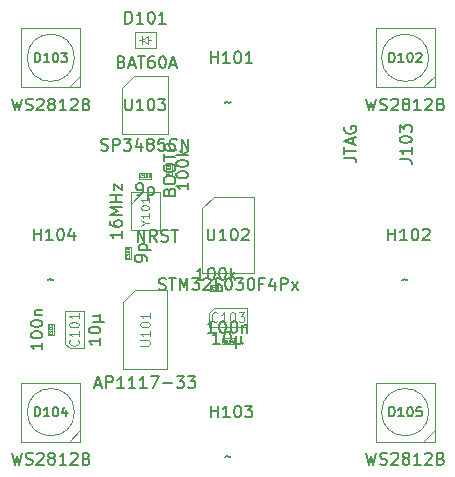
<source format=gbr>
%TF.GenerationSoftware,KiCad,Pcbnew,6.0.4+dfsg-1~bpo11+1*%
%TF.CreationDate,2022-05-23T04:18:39+00:00*%
%TF.ProjectId,LEDcube,4c454463-7562-4652-9e6b-696361645f70,rev?*%
%TF.SameCoordinates,Original*%
%TF.FileFunction,AssemblyDrawing,Top*%
%FSLAX46Y46*%
G04 Gerber Fmt 4.6, Leading zero omitted, Abs format (unit mm)*
G04 Created by KiCad (PCBNEW 6.0.4+dfsg-1~bpo11+1) date 2022-05-23 04:18:39*
%MOMM*%
%LPD*%
G01*
G04 APERTURE LIST*
%ADD10C,0.150000*%
%ADD11C,0.040000*%
%ADD12C,0.105000*%
%ADD13C,0.120000*%
%ADD14C,0.100000*%
G04 APERTURE END LIST*
D10*
%TO.C,C104*%
X98880952Y-108292380D02*
X98309523Y-108292380D01*
X98595238Y-108292380D02*
X98595238Y-107292380D01*
X98500000Y-107435238D01*
X98404761Y-107530476D01*
X98309523Y-107578095D01*
X99500000Y-107292380D02*
X99595238Y-107292380D01*
X99690476Y-107340000D01*
X99738095Y-107387619D01*
X99785714Y-107482857D01*
X99833333Y-107673333D01*
X99833333Y-107911428D01*
X99785714Y-108101904D01*
X99738095Y-108197142D01*
X99690476Y-108244761D01*
X99595238Y-108292380D01*
X99500000Y-108292380D01*
X99404761Y-108244761D01*
X99357142Y-108197142D01*
X99309523Y-108101904D01*
X99261904Y-107911428D01*
X99261904Y-107673333D01*
X99309523Y-107482857D01*
X99357142Y-107387619D01*
X99404761Y-107340000D01*
X99500000Y-107292380D01*
X100452380Y-107292380D02*
X100547619Y-107292380D01*
X100642857Y-107340000D01*
X100690476Y-107387619D01*
X100738095Y-107482857D01*
X100785714Y-107673333D01*
X100785714Y-107911428D01*
X100738095Y-108101904D01*
X100690476Y-108197142D01*
X100642857Y-108244761D01*
X100547619Y-108292380D01*
X100452380Y-108292380D01*
X100357142Y-108244761D01*
X100309523Y-108197142D01*
X100261904Y-108101904D01*
X100214285Y-107911428D01*
X100214285Y-107673333D01*
X100261904Y-107482857D01*
X100309523Y-107387619D01*
X100357142Y-107340000D01*
X100452380Y-107292380D01*
X101214285Y-107625714D02*
X101214285Y-108292380D01*
X101214285Y-107720952D02*
X101261904Y-107673333D01*
X101357142Y-107625714D01*
X101500000Y-107625714D01*
X101595238Y-107673333D01*
X101642857Y-107768571D01*
X101642857Y-108292380D01*
D11*
X99720238Y-109089285D02*
X99708333Y-109101190D01*
X99672619Y-109113095D01*
X99648809Y-109113095D01*
X99613095Y-109101190D01*
X99589285Y-109077380D01*
X99577380Y-109053571D01*
X99565476Y-109005952D01*
X99565476Y-108970238D01*
X99577380Y-108922619D01*
X99589285Y-108898809D01*
X99613095Y-108875000D01*
X99648809Y-108863095D01*
X99672619Y-108863095D01*
X99708333Y-108875000D01*
X99720238Y-108886904D01*
X99958333Y-109113095D02*
X99815476Y-109113095D01*
X99886904Y-109113095D02*
X99886904Y-108863095D01*
X99863095Y-108898809D01*
X99839285Y-108922619D01*
X99815476Y-108934523D01*
X100113095Y-108863095D02*
X100136904Y-108863095D01*
X100160714Y-108875000D01*
X100172619Y-108886904D01*
X100184523Y-108910714D01*
X100196428Y-108958333D01*
X100196428Y-109017857D01*
X100184523Y-109065476D01*
X100172619Y-109089285D01*
X100160714Y-109101190D01*
X100136904Y-109113095D01*
X100113095Y-109113095D01*
X100089285Y-109101190D01*
X100077380Y-109089285D01*
X100065476Y-109065476D01*
X100053571Y-109017857D01*
X100053571Y-108958333D01*
X100065476Y-108910714D01*
X100077380Y-108886904D01*
X100089285Y-108875000D01*
X100113095Y-108863095D01*
X100410714Y-108946428D02*
X100410714Y-109113095D01*
X100351190Y-108851190D02*
X100291666Y-109029761D01*
X100446428Y-109029761D01*
D10*
%TO.C,D105*%
X111690476Y-118452380D02*
X111928571Y-119452380D01*
X112119047Y-118738095D01*
X112309523Y-119452380D01*
X112547619Y-118452380D01*
X112880952Y-119404761D02*
X113023809Y-119452380D01*
X113261904Y-119452380D01*
X113357142Y-119404761D01*
X113404761Y-119357142D01*
X113452380Y-119261904D01*
X113452380Y-119166666D01*
X113404761Y-119071428D01*
X113357142Y-119023809D01*
X113261904Y-118976190D01*
X113071428Y-118928571D01*
X112976190Y-118880952D01*
X112928571Y-118833333D01*
X112880952Y-118738095D01*
X112880952Y-118642857D01*
X112928571Y-118547619D01*
X112976190Y-118500000D01*
X113071428Y-118452380D01*
X113309523Y-118452380D01*
X113452380Y-118500000D01*
X113833333Y-118547619D02*
X113880952Y-118500000D01*
X113976190Y-118452380D01*
X114214285Y-118452380D01*
X114309523Y-118500000D01*
X114357142Y-118547619D01*
X114404761Y-118642857D01*
X114404761Y-118738095D01*
X114357142Y-118880952D01*
X113785714Y-119452380D01*
X114404761Y-119452380D01*
X114976190Y-118880952D02*
X114880952Y-118833333D01*
X114833333Y-118785714D01*
X114785714Y-118690476D01*
X114785714Y-118642857D01*
X114833333Y-118547619D01*
X114880952Y-118500000D01*
X114976190Y-118452380D01*
X115166666Y-118452380D01*
X115261904Y-118500000D01*
X115309523Y-118547619D01*
X115357142Y-118642857D01*
X115357142Y-118690476D01*
X115309523Y-118785714D01*
X115261904Y-118833333D01*
X115166666Y-118880952D01*
X114976190Y-118880952D01*
X114880952Y-118928571D01*
X114833333Y-118976190D01*
X114785714Y-119071428D01*
X114785714Y-119261904D01*
X114833333Y-119357142D01*
X114880952Y-119404761D01*
X114976190Y-119452380D01*
X115166666Y-119452380D01*
X115261904Y-119404761D01*
X115309523Y-119357142D01*
X115357142Y-119261904D01*
X115357142Y-119071428D01*
X115309523Y-118976190D01*
X115261904Y-118928571D01*
X115166666Y-118880952D01*
X116309523Y-119452380D02*
X115738095Y-119452380D01*
X116023809Y-119452380D02*
X116023809Y-118452380D01*
X115928571Y-118595238D01*
X115833333Y-118690476D01*
X115738095Y-118738095D01*
X116690476Y-118547619D02*
X116738095Y-118500000D01*
X116833333Y-118452380D01*
X117071428Y-118452380D01*
X117166666Y-118500000D01*
X117214285Y-118547619D01*
X117261904Y-118642857D01*
X117261904Y-118738095D01*
X117214285Y-118880952D01*
X116642857Y-119452380D01*
X117261904Y-119452380D01*
X118023809Y-118928571D02*
X118166666Y-118976190D01*
X118214285Y-119023809D01*
X118261904Y-119119047D01*
X118261904Y-119261904D01*
X118214285Y-119357142D01*
X118166666Y-119404761D01*
X118071428Y-119452380D01*
X117690476Y-119452380D01*
X117690476Y-118452380D01*
X118023809Y-118452380D01*
X118119047Y-118500000D01*
X118166666Y-118547619D01*
X118214285Y-118642857D01*
X118214285Y-118738095D01*
X118166666Y-118833333D01*
X118119047Y-118880952D01*
X118023809Y-118928571D01*
X117690476Y-118928571D01*
X113647619Y-115361904D02*
X113647619Y-114561904D01*
X113838095Y-114561904D01*
X113952380Y-114600000D01*
X114028571Y-114676190D01*
X114066666Y-114752380D01*
X114104761Y-114904761D01*
X114104761Y-115019047D01*
X114066666Y-115171428D01*
X114028571Y-115247619D01*
X113952380Y-115323809D01*
X113838095Y-115361904D01*
X113647619Y-115361904D01*
X114866666Y-115361904D02*
X114409523Y-115361904D01*
X114638095Y-115361904D02*
X114638095Y-114561904D01*
X114561904Y-114676190D01*
X114485714Y-114752380D01*
X114409523Y-114790476D01*
X115361904Y-114561904D02*
X115438095Y-114561904D01*
X115514285Y-114600000D01*
X115552380Y-114638095D01*
X115590476Y-114714285D01*
X115628571Y-114866666D01*
X115628571Y-115057142D01*
X115590476Y-115209523D01*
X115552380Y-115285714D01*
X115514285Y-115323809D01*
X115438095Y-115361904D01*
X115361904Y-115361904D01*
X115285714Y-115323809D01*
X115247619Y-115285714D01*
X115209523Y-115209523D01*
X115171428Y-115057142D01*
X115171428Y-114866666D01*
X115209523Y-114714285D01*
X115247619Y-114638095D01*
X115285714Y-114600000D01*
X115361904Y-114561904D01*
X116352380Y-114561904D02*
X115971428Y-114561904D01*
X115933333Y-114942857D01*
X115971428Y-114904761D01*
X116047619Y-114866666D01*
X116238095Y-114866666D01*
X116314285Y-114904761D01*
X116352380Y-114942857D01*
X116390476Y-115019047D01*
X116390476Y-115209523D01*
X116352380Y-115285714D01*
X116314285Y-115323809D01*
X116238095Y-115361904D01*
X116047619Y-115361904D01*
X115971428Y-115323809D01*
X115933333Y-115285714D01*
%TO.C,C106*%
X93112380Y-102162857D02*
X93112380Y-101972380D01*
X93064761Y-101877142D01*
X93017142Y-101829523D01*
X92874285Y-101734285D01*
X92683809Y-101686666D01*
X92302857Y-101686666D01*
X92207619Y-101734285D01*
X92160000Y-101781904D01*
X92112380Y-101877142D01*
X92112380Y-102067619D01*
X92160000Y-102162857D01*
X92207619Y-102210476D01*
X92302857Y-102258095D01*
X92540952Y-102258095D01*
X92636190Y-102210476D01*
X92683809Y-102162857D01*
X92731428Y-102067619D01*
X92731428Y-101877142D01*
X92683809Y-101781904D01*
X92636190Y-101734285D01*
X92540952Y-101686666D01*
X92445714Y-101258095D02*
X93445714Y-101258095D01*
X92493333Y-101258095D02*
X92445714Y-101162857D01*
X92445714Y-100972380D01*
X92493333Y-100877142D01*
X92540952Y-100829523D01*
X92636190Y-100781904D01*
X92921904Y-100781904D01*
X93017142Y-100829523D01*
X93064761Y-100877142D01*
X93112380Y-100972380D01*
X93112380Y-101162857D01*
X93064761Y-101258095D01*
D11*
X91589285Y-101799761D02*
X91601190Y-101811666D01*
X91613095Y-101847380D01*
X91613095Y-101871190D01*
X91601190Y-101906904D01*
X91577380Y-101930714D01*
X91553571Y-101942619D01*
X91505952Y-101954523D01*
X91470238Y-101954523D01*
X91422619Y-101942619D01*
X91398809Y-101930714D01*
X91375000Y-101906904D01*
X91363095Y-101871190D01*
X91363095Y-101847380D01*
X91375000Y-101811666D01*
X91386904Y-101799761D01*
X91613095Y-101561666D02*
X91613095Y-101704523D01*
X91613095Y-101633095D02*
X91363095Y-101633095D01*
X91398809Y-101656904D01*
X91422619Y-101680714D01*
X91434523Y-101704523D01*
X91363095Y-101406904D02*
X91363095Y-101383095D01*
X91375000Y-101359285D01*
X91386904Y-101347380D01*
X91410714Y-101335476D01*
X91458333Y-101323571D01*
X91517857Y-101323571D01*
X91565476Y-101335476D01*
X91589285Y-101347380D01*
X91601190Y-101359285D01*
X91613095Y-101383095D01*
X91613095Y-101406904D01*
X91601190Y-101430714D01*
X91589285Y-101442619D01*
X91565476Y-101454523D01*
X91517857Y-101466428D01*
X91458333Y-101466428D01*
X91410714Y-101454523D01*
X91386904Y-101442619D01*
X91375000Y-101430714D01*
X91363095Y-101406904D01*
X91363095Y-101109285D02*
X91363095Y-101156904D01*
X91375000Y-101180714D01*
X91386904Y-101192619D01*
X91422619Y-101216428D01*
X91470238Y-101228333D01*
X91565476Y-101228333D01*
X91589285Y-101216428D01*
X91601190Y-101204523D01*
X91613095Y-101180714D01*
X91613095Y-101133095D01*
X91601190Y-101109285D01*
X91589285Y-101097380D01*
X91565476Y-101085476D01*
X91505952Y-101085476D01*
X91482142Y-101097380D01*
X91470238Y-101109285D01*
X91458333Y-101133095D01*
X91458333Y-101180714D01*
X91470238Y-101204523D01*
X91482142Y-101216428D01*
X91505952Y-101228333D01*
D10*
%TO.C,H103*%
X99738095Y-118821428D02*
X99785714Y-118773809D01*
X99880952Y-118726190D01*
X100071428Y-118821428D01*
X100166666Y-118773809D01*
X100214285Y-118726190D01*
X98585714Y-115452380D02*
X98585714Y-114452380D01*
X98585714Y-114928571D02*
X99157142Y-114928571D01*
X99157142Y-115452380D02*
X99157142Y-114452380D01*
X100157142Y-115452380D02*
X99585714Y-115452380D01*
X99871428Y-115452380D02*
X99871428Y-114452380D01*
X99776190Y-114595238D01*
X99680952Y-114690476D01*
X99585714Y-114738095D01*
X100776190Y-114452380D02*
X100871428Y-114452380D01*
X100966666Y-114500000D01*
X101014285Y-114547619D01*
X101061904Y-114642857D01*
X101109523Y-114833333D01*
X101109523Y-115071428D01*
X101061904Y-115261904D01*
X101014285Y-115357142D01*
X100966666Y-115404761D01*
X100871428Y-115452380D01*
X100776190Y-115452380D01*
X100680952Y-115404761D01*
X100633333Y-115357142D01*
X100585714Y-115261904D01*
X100538095Y-115071428D01*
X100538095Y-114833333D01*
X100585714Y-114642857D01*
X100633333Y-114547619D01*
X100680952Y-114500000D01*
X100776190Y-114452380D01*
X101442857Y-114452380D02*
X102061904Y-114452380D01*
X101728571Y-114833333D01*
X101871428Y-114833333D01*
X101966666Y-114880952D01*
X102014285Y-114928571D01*
X102061904Y-115023809D01*
X102061904Y-115261904D01*
X102014285Y-115357142D01*
X101966666Y-115404761D01*
X101871428Y-115452380D01*
X101585714Y-115452380D01*
X101490476Y-115404761D01*
X101442857Y-115357142D01*
%TO.C,Y101*%
X91002380Y-99690476D02*
X91002380Y-100261904D01*
X91002380Y-99976190D02*
X90002380Y-99976190D01*
X90145238Y-100071428D01*
X90240476Y-100166666D01*
X90288095Y-100261904D01*
X90002380Y-98833333D02*
X90002380Y-99023809D01*
X90050000Y-99119047D01*
X90097619Y-99166666D01*
X90240476Y-99261904D01*
X90430952Y-99309523D01*
X90811904Y-99309523D01*
X90907142Y-99261904D01*
X90954761Y-99214285D01*
X91002380Y-99119047D01*
X91002380Y-98928571D01*
X90954761Y-98833333D01*
X90907142Y-98785714D01*
X90811904Y-98738095D01*
X90573809Y-98738095D01*
X90478571Y-98785714D01*
X90430952Y-98833333D01*
X90383333Y-98928571D01*
X90383333Y-99119047D01*
X90430952Y-99214285D01*
X90478571Y-99261904D01*
X90573809Y-99309523D01*
X91002380Y-98309523D02*
X90002380Y-98309523D01*
X90716666Y-97976190D01*
X90002380Y-97642857D01*
X91002380Y-97642857D01*
X91002380Y-97166666D02*
X90002380Y-97166666D01*
X90478571Y-97166666D02*
X90478571Y-96595238D01*
X91002380Y-96595238D02*
X90002380Y-96595238D01*
X90335714Y-96214285D02*
X90335714Y-95690476D01*
X91002380Y-96214285D01*
X91002380Y-95690476D01*
D12*
X92983333Y-99000000D02*
X93316666Y-99000000D01*
X92616666Y-99233333D02*
X92983333Y-99000000D01*
X92616666Y-98766666D01*
X93316666Y-98166666D02*
X93316666Y-98566666D01*
X93316666Y-98366666D02*
X92616666Y-98366666D01*
X92716666Y-98433333D01*
X92783333Y-98500000D01*
X92816666Y-98566666D01*
X92616666Y-97733333D02*
X92616666Y-97666666D01*
X92650000Y-97600000D01*
X92683333Y-97566666D01*
X92750000Y-97533333D01*
X92883333Y-97500000D01*
X93050000Y-97500000D01*
X93183333Y-97533333D01*
X93250000Y-97566666D01*
X93283333Y-97600000D01*
X93316666Y-97666666D01*
X93316666Y-97733333D01*
X93283333Y-97800000D01*
X93250000Y-97833333D01*
X93183333Y-97866666D01*
X93050000Y-97900000D01*
X92883333Y-97900000D01*
X92750000Y-97866666D01*
X92683333Y-97833333D01*
X92650000Y-97800000D01*
X92616666Y-97733333D01*
X93316666Y-96833333D02*
X93316666Y-97233333D01*
X93316666Y-97033333D02*
X92616666Y-97033333D01*
X92716666Y-97100000D01*
X92783333Y-97166666D01*
X92816666Y-97233333D01*
D10*
%TO.C,C105*%
X92337142Y-96612380D02*
X92527619Y-96612380D01*
X92622857Y-96564761D01*
X92670476Y-96517142D01*
X92765714Y-96374285D01*
X92813333Y-96183809D01*
X92813333Y-95802857D01*
X92765714Y-95707619D01*
X92718095Y-95660000D01*
X92622857Y-95612380D01*
X92432380Y-95612380D01*
X92337142Y-95660000D01*
X92289523Y-95707619D01*
X92241904Y-95802857D01*
X92241904Y-96040952D01*
X92289523Y-96136190D01*
X92337142Y-96183809D01*
X92432380Y-96231428D01*
X92622857Y-96231428D01*
X92718095Y-96183809D01*
X92765714Y-96136190D01*
X92813333Y-96040952D01*
X93241904Y-95945714D02*
X93241904Y-96945714D01*
X93241904Y-95993333D02*
X93337142Y-95945714D01*
X93527619Y-95945714D01*
X93622857Y-95993333D01*
X93670476Y-96040952D01*
X93718095Y-96136190D01*
X93718095Y-96421904D01*
X93670476Y-96517142D01*
X93622857Y-96564761D01*
X93527619Y-96612380D01*
X93337142Y-96612380D01*
X93241904Y-96564761D01*
D11*
X92700238Y-95089285D02*
X92688333Y-95101190D01*
X92652619Y-95113095D01*
X92628809Y-95113095D01*
X92593095Y-95101190D01*
X92569285Y-95077380D01*
X92557380Y-95053571D01*
X92545476Y-95005952D01*
X92545476Y-94970238D01*
X92557380Y-94922619D01*
X92569285Y-94898809D01*
X92593095Y-94875000D01*
X92628809Y-94863095D01*
X92652619Y-94863095D01*
X92688333Y-94875000D01*
X92700238Y-94886904D01*
X92938333Y-95113095D02*
X92795476Y-95113095D01*
X92866904Y-95113095D02*
X92866904Y-94863095D01*
X92843095Y-94898809D01*
X92819285Y-94922619D01*
X92795476Y-94934523D01*
X93093095Y-94863095D02*
X93116904Y-94863095D01*
X93140714Y-94875000D01*
X93152619Y-94886904D01*
X93164523Y-94910714D01*
X93176428Y-94958333D01*
X93176428Y-95017857D01*
X93164523Y-95065476D01*
X93152619Y-95089285D01*
X93140714Y-95101190D01*
X93116904Y-95113095D01*
X93093095Y-95113095D01*
X93069285Y-95101190D01*
X93057380Y-95089285D01*
X93045476Y-95065476D01*
X93033571Y-95017857D01*
X93033571Y-94958333D01*
X93045476Y-94910714D01*
X93057380Y-94886904D01*
X93069285Y-94875000D01*
X93093095Y-94863095D01*
X93402619Y-94863095D02*
X93283571Y-94863095D01*
X93271666Y-94982142D01*
X93283571Y-94970238D01*
X93307380Y-94958333D01*
X93366904Y-94958333D01*
X93390714Y-94970238D01*
X93402619Y-94982142D01*
X93414523Y-95005952D01*
X93414523Y-95065476D01*
X93402619Y-95089285D01*
X93390714Y-95101190D01*
X93366904Y-95113095D01*
X93307380Y-95113095D01*
X93283571Y-95101190D01*
X93271666Y-95089285D01*
D10*
%TO.C,U102*%
X94142857Y-104604761D02*
X94285714Y-104652380D01*
X94523809Y-104652380D01*
X94619047Y-104604761D01*
X94666666Y-104557142D01*
X94714285Y-104461904D01*
X94714285Y-104366666D01*
X94666666Y-104271428D01*
X94619047Y-104223809D01*
X94523809Y-104176190D01*
X94333333Y-104128571D01*
X94238095Y-104080952D01*
X94190476Y-104033333D01*
X94142857Y-103938095D01*
X94142857Y-103842857D01*
X94190476Y-103747619D01*
X94238095Y-103700000D01*
X94333333Y-103652380D01*
X94571428Y-103652380D01*
X94714285Y-103700000D01*
X95000000Y-103652380D02*
X95571428Y-103652380D01*
X95285714Y-104652380D02*
X95285714Y-103652380D01*
X95904761Y-104652380D02*
X95904761Y-103652380D01*
X96238095Y-104366666D01*
X96571428Y-103652380D01*
X96571428Y-104652380D01*
X96952380Y-103652380D02*
X97571428Y-103652380D01*
X97238095Y-104033333D01*
X97380952Y-104033333D01*
X97476190Y-104080952D01*
X97523809Y-104128571D01*
X97571428Y-104223809D01*
X97571428Y-104461904D01*
X97523809Y-104557142D01*
X97476190Y-104604761D01*
X97380952Y-104652380D01*
X97095238Y-104652380D01*
X97000000Y-104604761D01*
X96952380Y-104557142D01*
X97952380Y-103747619D02*
X98000000Y-103700000D01*
X98095238Y-103652380D01*
X98333333Y-103652380D01*
X98428571Y-103700000D01*
X98476190Y-103747619D01*
X98523809Y-103842857D01*
X98523809Y-103938095D01*
X98476190Y-104080952D01*
X97904761Y-104652380D01*
X98523809Y-104652380D01*
X99285714Y-104128571D02*
X98952380Y-104128571D01*
X98952380Y-104652380D02*
X98952380Y-103652380D01*
X99428571Y-103652380D01*
X100000000Y-103652380D02*
X100095238Y-103652380D01*
X100190476Y-103700000D01*
X100238095Y-103747619D01*
X100285714Y-103842857D01*
X100333333Y-104033333D01*
X100333333Y-104271428D01*
X100285714Y-104461904D01*
X100238095Y-104557142D01*
X100190476Y-104604761D01*
X100095238Y-104652380D01*
X100000000Y-104652380D01*
X99904761Y-104604761D01*
X99857142Y-104557142D01*
X99809523Y-104461904D01*
X99761904Y-104271428D01*
X99761904Y-104033333D01*
X99809523Y-103842857D01*
X99857142Y-103747619D01*
X99904761Y-103700000D01*
X100000000Y-103652380D01*
X100666666Y-103652380D02*
X101285714Y-103652380D01*
X100952380Y-104033333D01*
X101095238Y-104033333D01*
X101190476Y-104080952D01*
X101238095Y-104128571D01*
X101285714Y-104223809D01*
X101285714Y-104461904D01*
X101238095Y-104557142D01*
X101190476Y-104604761D01*
X101095238Y-104652380D01*
X100809523Y-104652380D01*
X100714285Y-104604761D01*
X100666666Y-104557142D01*
X101904761Y-103652380D02*
X102000000Y-103652380D01*
X102095238Y-103700000D01*
X102142857Y-103747619D01*
X102190476Y-103842857D01*
X102238095Y-104033333D01*
X102238095Y-104271428D01*
X102190476Y-104461904D01*
X102142857Y-104557142D01*
X102095238Y-104604761D01*
X102000000Y-104652380D01*
X101904761Y-104652380D01*
X101809523Y-104604761D01*
X101761904Y-104557142D01*
X101714285Y-104461904D01*
X101666666Y-104271428D01*
X101666666Y-104033333D01*
X101714285Y-103842857D01*
X101761904Y-103747619D01*
X101809523Y-103700000D01*
X101904761Y-103652380D01*
X103000000Y-104128571D02*
X102666666Y-104128571D01*
X102666666Y-104652380D02*
X102666666Y-103652380D01*
X103142857Y-103652380D01*
X103952380Y-103985714D02*
X103952380Y-104652380D01*
X103714285Y-103604761D02*
X103476190Y-104319047D01*
X104095238Y-104319047D01*
X104476190Y-104652380D02*
X104476190Y-103652380D01*
X104857142Y-103652380D01*
X104952380Y-103700000D01*
X105000000Y-103747619D01*
X105047619Y-103842857D01*
X105047619Y-103985714D01*
X105000000Y-104080952D01*
X104952380Y-104128571D01*
X104857142Y-104176190D01*
X104476190Y-104176190D01*
X105380952Y-104652380D02*
X105904761Y-103985714D01*
X105380952Y-103985714D02*
X105904761Y-104652380D01*
X98285714Y-99452380D02*
X98285714Y-100261904D01*
X98333333Y-100357142D01*
X98380952Y-100404761D01*
X98476190Y-100452380D01*
X98666666Y-100452380D01*
X98761904Y-100404761D01*
X98809523Y-100357142D01*
X98857142Y-100261904D01*
X98857142Y-99452380D01*
X99857142Y-100452380D02*
X99285714Y-100452380D01*
X99571428Y-100452380D02*
X99571428Y-99452380D01*
X99476190Y-99595238D01*
X99380952Y-99690476D01*
X99285714Y-99738095D01*
X100476190Y-99452380D02*
X100571428Y-99452380D01*
X100666666Y-99500000D01*
X100714285Y-99547619D01*
X100761904Y-99642857D01*
X100809523Y-99833333D01*
X100809523Y-100071428D01*
X100761904Y-100261904D01*
X100714285Y-100357142D01*
X100666666Y-100404761D01*
X100571428Y-100452380D01*
X100476190Y-100452380D01*
X100380952Y-100404761D01*
X100333333Y-100357142D01*
X100285714Y-100261904D01*
X100238095Y-100071428D01*
X100238095Y-99833333D01*
X100285714Y-99642857D01*
X100333333Y-99547619D01*
X100380952Y-99500000D01*
X100476190Y-99452380D01*
X101190476Y-99547619D02*
X101238095Y-99500000D01*
X101333333Y-99452380D01*
X101571428Y-99452380D01*
X101666666Y-99500000D01*
X101714285Y-99547619D01*
X101761904Y-99642857D01*
X101761904Y-99738095D01*
X101714285Y-99880952D01*
X101142857Y-100452380D01*
X101761904Y-100452380D01*
%TO.C,D101*%
X90980952Y-85328571D02*
X91123809Y-85376190D01*
X91171428Y-85423809D01*
X91219047Y-85519047D01*
X91219047Y-85661904D01*
X91171428Y-85757142D01*
X91123809Y-85804761D01*
X91028571Y-85852380D01*
X90647619Y-85852380D01*
X90647619Y-84852380D01*
X90980952Y-84852380D01*
X91076190Y-84900000D01*
X91123809Y-84947619D01*
X91171428Y-85042857D01*
X91171428Y-85138095D01*
X91123809Y-85233333D01*
X91076190Y-85280952D01*
X90980952Y-85328571D01*
X90647619Y-85328571D01*
X91600000Y-85566666D02*
X92076190Y-85566666D01*
X91504761Y-85852380D02*
X91838095Y-84852380D01*
X92171428Y-85852380D01*
X92361904Y-84852380D02*
X92933333Y-84852380D01*
X92647619Y-85852380D02*
X92647619Y-84852380D01*
X93695238Y-84852380D02*
X93504761Y-84852380D01*
X93409523Y-84900000D01*
X93361904Y-84947619D01*
X93266666Y-85090476D01*
X93219047Y-85280952D01*
X93219047Y-85661904D01*
X93266666Y-85757142D01*
X93314285Y-85804761D01*
X93409523Y-85852380D01*
X93600000Y-85852380D01*
X93695238Y-85804761D01*
X93742857Y-85757142D01*
X93790476Y-85661904D01*
X93790476Y-85423809D01*
X93742857Y-85328571D01*
X93695238Y-85280952D01*
X93600000Y-85233333D01*
X93409523Y-85233333D01*
X93314285Y-85280952D01*
X93266666Y-85328571D01*
X93219047Y-85423809D01*
X94409523Y-84852380D02*
X94504761Y-84852380D01*
X94600000Y-84900000D01*
X94647619Y-84947619D01*
X94695238Y-85042857D01*
X94742857Y-85233333D01*
X94742857Y-85471428D01*
X94695238Y-85661904D01*
X94647619Y-85757142D01*
X94600000Y-85804761D01*
X94504761Y-85852380D01*
X94409523Y-85852380D01*
X94314285Y-85804761D01*
X94266666Y-85757142D01*
X94219047Y-85661904D01*
X94171428Y-85471428D01*
X94171428Y-85233333D01*
X94219047Y-85042857D01*
X94266666Y-84947619D01*
X94314285Y-84900000D01*
X94409523Y-84852380D01*
X95123809Y-85566666D02*
X95600000Y-85566666D01*
X95028571Y-85852380D02*
X95361904Y-84852380D01*
X95695238Y-85852380D01*
X91309523Y-82102380D02*
X91309523Y-81102380D01*
X91547619Y-81102380D01*
X91690476Y-81150000D01*
X91785714Y-81245238D01*
X91833333Y-81340476D01*
X91880952Y-81530952D01*
X91880952Y-81673809D01*
X91833333Y-81864285D01*
X91785714Y-81959523D01*
X91690476Y-82054761D01*
X91547619Y-82102380D01*
X91309523Y-82102380D01*
X92833333Y-82102380D02*
X92261904Y-82102380D01*
X92547619Y-82102380D02*
X92547619Y-81102380D01*
X92452380Y-81245238D01*
X92357142Y-81340476D01*
X92261904Y-81388095D01*
X93452380Y-81102380D02*
X93547619Y-81102380D01*
X93642857Y-81150000D01*
X93690476Y-81197619D01*
X93738095Y-81292857D01*
X93785714Y-81483333D01*
X93785714Y-81721428D01*
X93738095Y-81911904D01*
X93690476Y-82007142D01*
X93642857Y-82054761D01*
X93547619Y-82102380D01*
X93452380Y-82102380D01*
X93357142Y-82054761D01*
X93309523Y-82007142D01*
X93261904Y-81911904D01*
X93214285Y-81721428D01*
X93214285Y-81483333D01*
X93261904Y-81292857D01*
X93309523Y-81197619D01*
X93357142Y-81150000D01*
X93452380Y-81102380D01*
X94738095Y-82102380D02*
X94166666Y-82102380D01*
X94452380Y-82102380D02*
X94452380Y-81102380D01*
X94357142Y-81245238D01*
X94261904Y-81340476D01*
X94166666Y-81388095D01*
%TO.C,C101*%
X89202380Y-108714285D02*
X89202380Y-109285714D01*
X89202380Y-109000000D02*
X88202380Y-109000000D01*
X88345238Y-109095238D01*
X88440476Y-109190476D01*
X88488095Y-109285714D01*
X88202380Y-108095238D02*
X88202380Y-108000000D01*
X88250000Y-107904761D01*
X88297619Y-107857142D01*
X88392857Y-107809523D01*
X88583333Y-107761904D01*
X88821428Y-107761904D01*
X89011904Y-107809523D01*
X89107142Y-107857142D01*
X89154761Y-107904761D01*
X89202380Y-108000000D01*
X89202380Y-108095238D01*
X89154761Y-108190476D01*
X89107142Y-108238095D01*
X89011904Y-108285714D01*
X88821428Y-108333333D01*
X88583333Y-108333333D01*
X88392857Y-108285714D01*
X88297619Y-108238095D01*
X88250000Y-108190476D01*
X88202380Y-108095238D01*
X88535714Y-107333333D02*
X89535714Y-107333333D01*
X89059523Y-106857142D02*
X89154761Y-106809523D01*
X89202380Y-106714285D01*
X89059523Y-107333333D02*
X89154761Y-107285714D01*
X89202380Y-107190476D01*
X89202380Y-107000000D01*
X89154761Y-106904761D01*
X89059523Y-106857142D01*
X88535714Y-106857142D01*
D13*
X87285714Y-108895238D02*
X87323809Y-108933333D01*
X87361904Y-109047619D01*
X87361904Y-109123809D01*
X87323809Y-109238095D01*
X87247619Y-109314285D01*
X87171428Y-109352380D01*
X87019047Y-109390476D01*
X86904761Y-109390476D01*
X86752380Y-109352380D01*
X86676190Y-109314285D01*
X86600000Y-109238095D01*
X86561904Y-109123809D01*
X86561904Y-109047619D01*
X86600000Y-108933333D01*
X86638095Y-108895238D01*
X87361904Y-108133333D02*
X87361904Y-108590476D01*
X87361904Y-108361904D02*
X86561904Y-108361904D01*
X86676190Y-108438095D01*
X86752380Y-108514285D01*
X86790476Y-108590476D01*
X86561904Y-107638095D02*
X86561904Y-107561904D01*
X86600000Y-107485714D01*
X86638095Y-107447619D01*
X86714285Y-107409523D01*
X86866666Y-107371428D01*
X87057142Y-107371428D01*
X87209523Y-107409523D01*
X87285714Y-107447619D01*
X87323809Y-107485714D01*
X87361904Y-107561904D01*
X87361904Y-107638095D01*
X87323809Y-107714285D01*
X87285714Y-107752380D01*
X87209523Y-107790476D01*
X87057142Y-107828571D01*
X86866666Y-107828571D01*
X86714285Y-107790476D01*
X86638095Y-107752380D01*
X86600000Y-107714285D01*
X86561904Y-107638095D01*
X87361904Y-106609523D02*
X87361904Y-107066666D01*
X87361904Y-106838095D02*
X86561904Y-106838095D01*
X86676190Y-106914285D01*
X86752380Y-106990476D01*
X86790476Y-107066666D01*
D10*
%TO.C,U101*%
X88785714Y-112666666D02*
X89261904Y-112666666D01*
X88690476Y-112952380D02*
X89023809Y-111952380D01*
X89357142Y-112952380D01*
X89690476Y-112952380D02*
X89690476Y-111952380D01*
X90071428Y-111952380D01*
X90166666Y-112000000D01*
X90214285Y-112047619D01*
X90261904Y-112142857D01*
X90261904Y-112285714D01*
X90214285Y-112380952D01*
X90166666Y-112428571D01*
X90071428Y-112476190D01*
X89690476Y-112476190D01*
X91214285Y-112952380D02*
X90642857Y-112952380D01*
X90928571Y-112952380D02*
X90928571Y-111952380D01*
X90833333Y-112095238D01*
X90738095Y-112190476D01*
X90642857Y-112238095D01*
X92166666Y-112952380D02*
X91595238Y-112952380D01*
X91880952Y-112952380D02*
X91880952Y-111952380D01*
X91785714Y-112095238D01*
X91690476Y-112190476D01*
X91595238Y-112238095D01*
X93119047Y-112952380D02*
X92547619Y-112952380D01*
X92833333Y-112952380D02*
X92833333Y-111952380D01*
X92738095Y-112095238D01*
X92642857Y-112190476D01*
X92547619Y-112238095D01*
X93452380Y-111952380D02*
X94119047Y-111952380D01*
X93690476Y-112952380D01*
X94500000Y-112571428D02*
X95261904Y-112571428D01*
X95642857Y-111952380D02*
X96261904Y-111952380D01*
X95928571Y-112333333D01*
X96071428Y-112333333D01*
X96166666Y-112380952D01*
X96214285Y-112428571D01*
X96261904Y-112523809D01*
X96261904Y-112761904D01*
X96214285Y-112857142D01*
X96166666Y-112904761D01*
X96071428Y-112952380D01*
X95785714Y-112952380D01*
X95690476Y-112904761D01*
X95642857Y-112857142D01*
X96595238Y-111952380D02*
X97214285Y-111952380D01*
X96880952Y-112333333D01*
X97023809Y-112333333D01*
X97119047Y-112380952D01*
X97166666Y-112428571D01*
X97214285Y-112523809D01*
X97214285Y-112761904D01*
X97166666Y-112857142D01*
X97119047Y-112904761D01*
X97023809Y-112952380D01*
X96738095Y-112952380D01*
X96642857Y-112904761D01*
X96595238Y-112857142D01*
D13*
X92561904Y-109371428D02*
X93209523Y-109371428D01*
X93285714Y-109333333D01*
X93323809Y-109295238D01*
X93361904Y-109219047D01*
X93361904Y-109066666D01*
X93323809Y-108990476D01*
X93285714Y-108952380D01*
X93209523Y-108914285D01*
X92561904Y-108914285D01*
X93361904Y-108114285D02*
X93361904Y-108571428D01*
X93361904Y-108342857D02*
X92561904Y-108342857D01*
X92676190Y-108419047D01*
X92752380Y-108495238D01*
X92790476Y-108571428D01*
X92561904Y-107619047D02*
X92561904Y-107542857D01*
X92600000Y-107466666D01*
X92638095Y-107428571D01*
X92714285Y-107390476D01*
X92866666Y-107352380D01*
X93057142Y-107352380D01*
X93209523Y-107390476D01*
X93285714Y-107428571D01*
X93323809Y-107466666D01*
X93361904Y-107542857D01*
X93361904Y-107619047D01*
X93323809Y-107695238D01*
X93285714Y-107733333D01*
X93209523Y-107771428D01*
X93057142Y-107809523D01*
X92866666Y-107809523D01*
X92714285Y-107771428D01*
X92638095Y-107733333D01*
X92600000Y-107695238D01*
X92561904Y-107619047D01*
X93361904Y-106590476D02*
X93361904Y-107047619D01*
X93361904Y-106819047D02*
X92561904Y-106819047D01*
X92676190Y-106895238D01*
X92752380Y-106971428D01*
X92790476Y-107047619D01*
D10*
%TO.C,D104*%
X81690476Y-118452380D02*
X81928571Y-119452380D01*
X82119047Y-118738095D01*
X82309523Y-119452380D01*
X82547619Y-118452380D01*
X82880952Y-119404761D02*
X83023809Y-119452380D01*
X83261904Y-119452380D01*
X83357142Y-119404761D01*
X83404761Y-119357142D01*
X83452380Y-119261904D01*
X83452380Y-119166666D01*
X83404761Y-119071428D01*
X83357142Y-119023809D01*
X83261904Y-118976190D01*
X83071428Y-118928571D01*
X82976190Y-118880952D01*
X82928571Y-118833333D01*
X82880952Y-118738095D01*
X82880952Y-118642857D01*
X82928571Y-118547619D01*
X82976190Y-118500000D01*
X83071428Y-118452380D01*
X83309523Y-118452380D01*
X83452380Y-118500000D01*
X83833333Y-118547619D02*
X83880952Y-118500000D01*
X83976190Y-118452380D01*
X84214285Y-118452380D01*
X84309523Y-118500000D01*
X84357142Y-118547619D01*
X84404761Y-118642857D01*
X84404761Y-118738095D01*
X84357142Y-118880952D01*
X83785714Y-119452380D01*
X84404761Y-119452380D01*
X84976190Y-118880952D02*
X84880952Y-118833333D01*
X84833333Y-118785714D01*
X84785714Y-118690476D01*
X84785714Y-118642857D01*
X84833333Y-118547619D01*
X84880952Y-118500000D01*
X84976190Y-118452380D01*
X85166666Y-118452380D01*
X85261904Y-118500000D01*
X85309523Y-118547619D01*
X85357142Y-118642857D01*
X85357142Y-118690476D01*
X85309523Y-118785714D01*
X85261904Y-118833333D01*
X85166666Y-118880952D01*
X84976190Y-118880952D01*
X84880952Y-118928571D01*
X84833333Y-118976190D01*
X84785714Y-119071428D01*
X84785714Y-119261904D01*
X84833333Y-119357142D01*
X84880952Y-119404761D01*
X84976190Y-119452380D01*
X85166666Y-119452380D01*
X85261904Y-119404761D01*
X85309523Y-119357142D01*
X85357142Y-119261904D01*
X85357142Y-119071428D01*
X85309523Y-118976190D01*
X85261904Y-118928571D01*
X85166666Y-118880952D01*
X86309523Y-119452380D02*
X85738095Y-119452380D01*
X86023809Y-119452380D02*
X86023809Y-118452380D01*
X85928571Y-118595238D01*
X85833333Y-118690476D01*
X85738095Y-118738095D01*
X86690476Y-118547619D02*
X86738095Y-118500000D01*
X86833333Y-118452380D01*
X87071428Y-118452380D01*
X87166666Y-118500000D01*
X87214285Y-118547619D01*
X87261904Y-118642857D01*
X87261904Y-118738095D01*
X87214285Y-118880952D01*
X86642857Y-119452380D01*
X87261904Y-119452380D01*
X88023809Y-118928571D02*
X88166666Y-118976190D01*
X88214285Y-119023809D01*
X88261904Y-119119047D01*
X88261904Y-119261904D01*
X88214285Y-119357142D01*
X88166666Y-119404761D01*
X88071428Y-119452380D01*
X87690476Y-119452380D01*
X87690476Y-118452380D01*
X88023809Y-118452380D01*
X88119047Y-118500000D01*
X88166666Y-118547619D01*
X88214285Y-118642857D01*
X88214285Y-118738095D01*
X88166666Y-118833333D01*
X88119047Y-118880952D01*
X88023809Y-118928571D01*
X87690476Y-118928571D01*
X83647619Y-115361904D02*
X83647619Y-114561904D01*
X83838095Y-114561904D01*
X83952380Y-114600000D01*
X84028571Y-114676190D01*
X84066666Y-114752380D01*
X84104761Y-114904761D01*
X84104761Y-115019047D01*
X84066666Y-115171428D01*
X84028571Y-115247619D01*
X83952380Y-115323809D01*
X83838095Y-115361904D01*
X83647619Y-115361904D01*
X84866666Y-115361904D02*
X84409523Y-115361904D01*
X84638095Y-115361904D02*
X84638095Y-114561904D01*
X84561904Y-114676190D01*
X84485714Y-114752380D01*
X84409523Y-114790476D01*
X85361904Y-114561904D02*
X85438095Y-114561904D01*
X85514285Y-114600000D01*
X85552380Y-114638095D01*
X85590476Y-114714285D01*
X85628571Y-114866666D01*
X85628571Y-115057142D01*
X85590476Y-115209523D01*
X85552380Y-115285714D01*
X85514285Y-115323809D01*
X85438095Y-115361904D01*
X85361904Y-115361904D01*
X85285714Y-115323809D01*
X85247619Y-115285714D01*
X85209523Y-115209523D01*
X85171428Y-115057142D01*
X85171428Y-114866666D01*
X85209523Y-114714285D01*
X85247619Y-114638095D01*
X85285714Y-114600000D01*
X85361904Y-114561904D01*
X86314285Y-114828571D02*
X86314285Y-115361904D01*
X86123809Y-114523809D02*
X85933333Y-115095238D01*
X86428571Y-115095238D01*
%TO.C,D102*%
X111690476Y-88452380D02*
X111928571Y-89452380D01*
X112119047Y-88738095D01*
X112309523Y-89452380D01*
X112547619Y-88452380D01*
X112880952Y-89404761D02*
X113023809Y-89452380D01*
X113261904Y-89452380D01*
X113357142Y-89404761D01*
X113404761Y-89357142D01*
X113452380Y-89261904D01*
X113452380Y-89166666D01*
X113404761Y-89071428D01*
X113357142Y-89023809D01*
X113261904Y-88976190D01*
X113071428Y-88928571D01*
X112976190Y-88880952D01*
X112928571Y-88833333D01*
X112880952Y-88738095D01*
X112880952Y-88642857D01*
X112928571Y-88547619D01*
X112976190Y-88500000D01*
X113071428Y-88452380D01*
X113309523Y-88452380D01*
X113452380Y-88500000D01*
X113833333Y-88547619D02*
X113880952Y-88500000D01*
X113976190Y-88452380D01*
X114214285Y-88452380D01*
X114309523Y-88500000D01*
X114357142Y-88547619D01*
X114404761Y-88642857D01*
X114404761Y-88738095D01*
X114357142Y-88880952D01*
X113785714Y-89452380D01*
X114404761Y-89452380D01*
X114976190Y-88880952D02*
X114880952Y-88833333D01*
X114833333Y-88785714D01*
X114785714Y-88690476D01*
X114785714Y-88642857D01*
X114833333Y-88547619D01*
X114880952Y-88500000D01*
X114976190Y-88452380D01*
X115166666Y-88452380D01*
X115261904Y-88500000D01*
X115309523Y-88547619D01*
X115357142Y-88642857D01*
X115357142Y-88690476D01*
X115309523Y-88785714D01*
X115261904Y-88833333D01*
X115166666Y-88880952D01*
X114976190Y-88880952D01*
X114880952Y-88928571D01*
X114833333Y-88976190D01*
X114785714Y-89071428D01*
X114785714Y-89261904D01*
X114833333Y-89357142D01*
X114880952Y-89404761D01*
X114976190Y-89452380D01*
X115166666Y-89452380D01*
X115261904Y-89404761D01*
X115309523Y-89357142D01*
X115357142Y-89261904D01*
X115357142Y-89071428D01*
X115309523Y-88976190D01*
X115261904Y-88928571D01*
X115166666Y-88880952D01*
X116309523Y-89452380D02*
X115738095Y-89452380D01*
X116023809Y-89452380D02*
X116023809Y-88452380D01*
X115928571Y-88595238D01*
X115833333Y-88690476D01*
X115738095Y-88738095D01*
X116690476Y-88547619D02*
X116738095Y-88500000D01*
X116833333Y-88452380D01*
X117071428Y-88452380D01*
X117166666Y-88500000D01*
X117214285Y-88547619D01*
X117261904Y-88642857D01*
X117261904Y-88738095D01*
X117214285Y-88880952D01*
X116642857Y-89452380D01*
X117261904Y-89452380D01*
X118023809Y-88928571D02*
X118166666Y-88976190D01*
X118214285Y-89023809D01*
X118261904Y-89119047D01*
X118261904Y-89261904D01*
X118214285Y-89357142D01*
X118166666Y-89404761D01*
X118071428Y-89452380D01*
X117690476Y-89452380D01*
X117690476Y-88452380D01*
X118023809Y-88452380D01*
X118119047Y-88500000D01*
X118166666Y-88547619D01*
X118214285Y-88642857D01*
X118214285Y-88738095D01*
X118166666Y-88833333D01*
X118119047Y-88880952D01*
X118023809Y-88928571D01*
X117690476Y-88928571D01*
X113647619Y-85361904D02*
X113647619Y-84561904D01*
X113838095Y-84561904D01*
X113952380Y-84600000D01*
X114028571Y-84676190D01*
X114066666Y-84752380D01*
X114104761Y-84904761D01*
X114104761Y-85019047D01*
X114066666Y-85171428D01*
X114028571Y-85247619D01*
X113952380Y-85323809D01*
X113838095Y-85361904D01*
X113647619Y-85361904D01*
X114866666Y-85361904D02*
X114409523Y-85361904D01*
X114638095Y-85361904D02*
X114638095Y-84561904D01*
X114561904Y-84676190D01*
X114485714Y-84752380D01*
X114409523Y-84790476D01*
X115361904Y-84561904D02*
X115438095Y-84561904D01*
X115514285Y-84600000D01*
X115552380Y-84638095D01*
X115590476Y-84714285D01*
X115628571Y-84866666D01*
X115628571Y-85057142D01*
X115590476Y-85209523D01*
X115552380Y-85285714D01*
X115514285Y-85323809D01*
X115438095Y-85361904D01*
X115361904Y-85361904D01*
X115285714Y-85323809D01*
X115247619Y-85285714D01*
X115209523Y-85209523D01*
X115171428Y-85057142D01*
X115171428Y-84866666D01*
X115209523Y-84714285D01*
X115247619Y-84638095D01*
X115285714Y-84600000D01*
X115361904Y-84561904D01*
X115933333Y-84638095D02*
X115971428Y-84600000D01*
X116047619Y-84561904D01*
X116238095Y-84561904D01*
X116314285Y-84600000D01*
X116352380Y-84638095D01*
X116390476Y-84714285D01*
X116390476Y-84790476D01*
X116352380Y-84904761D01*
X115895238Y-85361904D01*
X116390476Y-85361904D01*
%TO.C,JP102*%
X95028571Y-96333333D02*
X95076190Y-96190476D01*
X95123809Y-96142857D01*
X95219047Y-96095238D01*
X95361904Y-96095238D01*
X95457142Y-96142857D01*
X95504761Y-96190476D01*
X95552380Y-96285714D01*
X95552380Y-96666666D01*
X94552380Y-96666666D01*
X94552380Y-96333333D01*
X94600000Y-96238095D01*
X94647619Y-96190476D01*
X94742857Y-96142857D01*
X94838095Y-96142857D01*
X94933333Y-96190476D01*
X94980952Y-96238095D01*
X95028571Y-96333333D01*
X95028571Y-96666666D01*
X94552380Y-95476190D02*
X94552380Y-95285714D01*
X94600000Y-95190476D01*
X94695238Y-95095238D01*
X94885714Y-95047619D01*
X95219047Y-95047619D01*
X95409523Y-95095238D01*
X95504761Y-95190476D01*
X95552380Y-95285714D01*
X95552380Y-95476190D01*
X95504761Y-95571428D01*
X95409523Y-95666666D01*
X95219047Y-95714285D01*
X94885714Y-95714285D01*
X94695238Y-95666666D01*
X94600000Y-95571428D01*
X94552380Y-95476190D01*
X94552380Y-94428571D02*
X94552380Y-94238095D01*
X94600000Y-94142857D01*
X94695238Y-94047619D01*
X94885714Y-94000000D01*
X95219047Y-94000000D01*
X95409523Y-94047619D01*
X95504761Y-94142857D01*
X95552380Y-94238095D01*
X95552380Y-94428571D01*
X95504761Y-94523809D01*
X95409523Y-94619047D01*
X95219047Y-94666666D01*
X94885714Y-94666666D01*
X94695238Y-94619047D01*
X94600000Y-94523809D01*
X94552380Y-94428571D01*
X94552380Y-93714285D02*
X94552380Y-93142857D01*
X95552380Y-93428571D02*
X94552380Y-93428571D01*
X94552380Y-92619047D02*
X94552380Y-92523809D01*
X94600000Y-92428571D01*
X94647619Y-92380952D01*
X94742857Y-92333333D01*
X94933333Y-92285714D01*
X95171428Y-92285714D01*
X95361904Y-92333333D01*
X95457142Y-92380952D01*
X95504761Y-92428571D01*
X95552380Y-92523809D01*
X95552380Y-92619047D01*
X95504761Y-92714285D01*
X95457142Y-92761904D01*
X95361904Y-92809523D01*
X95171428Y-92857142D01*
X94933333Y-92857142D01*
X94742857Y-92809523D01*
X94647619Y-92761904D01*
X94600000Y-92714285D01*
X94552380Y-92619047D01*
%TO.C,JP101*%
X92357142Y-100552380D02*
X92357142Y-99552380D01*
X92928571Y-100552380D01*
X92928571Y-99552380D01*
X93976190Y-100552380D02*
X93642857Y-100076190D01*
X93404761Y-100552380D02*
X93404761Y-99552380D01*
X93785714Y-99552380D01*
X93880952Y-99600000D01*
X93928571Y-99647619D01*
X93976190Y-99742857D01*
X93976190Y-99885714D01*
X93928571Y-99980952D01*
X93880952Y-100028571D01*
X93785714Y-100076190D01*
X93404761Y-100076190D01*
X94357142Y-100504761D02*
X94500000Y-100552380D01*
X94738095Y-100552380D01*
X94833333Y-100504761D01*
X94880952Y-100457142D01*
X94928571Y-100361904D01*
X94928571Y-100266666D01*
X94880952Y-100171428D01*
X94833333Y-100123809D01*
X94738095Y-100076190D01*
X94547619Y-100028571D01*
X94452380Y-99980952D01*
X94404761Y-99933333D01*
X94357142Y-99838095D01*
X94357142Y-99742857D01*
X94404761Y-99647619D01*
X94452380Y-99600000D01*
X94547619Y-99552380D01*
X94785714Y-99552380D01*
X94928571Y-99600000D01*
X95214285Y-99552380D02*
X95785714Y-99552380D01*
X95500000Y-100552380D02*
X95500000Y-99552380D01*
%TO.C,R102*%
X96622380Y-95571428D02*
X96622380Y-96142857D01*
X96622380Y-95857142D02*
X95622380Y-95857142D01*
X95765238Y-95952380D01*
X95860476Y-96047619D01*
X95908095Y-96142857D01*
X95622380Y-94952380D02*
X95622380Y-94857142D01*
X95670000Y-94761904D01*
X95717619Y-94714285D01*
X95812857Y-94666666D01*
X96003333Y-94619047D01*
X96241428Y-94619047D01*
X96431904Y-94666666D01*
X96527142Y-94714285D01*
X96574761Y-94761904D01*
X96622380Y-94857142D01*
X96622380Y-94952380D01*
X96574761Y-95047619D01*
X96527142Y-95095238D01*
X96431904Y-95142857D01*
X96241428Y-95190476D01*
X96003333Y-95190476D01*
X95812857Y-95142857D01*
X95717619Y-95095238D01*
X95670000Y-95047619D01*
X95622380Y-94952380D01*
X95622380Y-94000000D02*
X95622380Y-93904761D01*
X95670000Y-93809523D01*
X95717619Y-93761904D01*
X95812857Y-93714285D01*
X96003333Y-93666666D01*
X96241428Y-93666666D01*
X96431904Y-93714285D01*
X96527142Y-93761904D01*
X96574761Y-93809523D01*
X96622380Y-93904761D01*
X96622380Y-94000000D01*
X96574761Y-94095238D01*
X96527142Y-94142857D01*
X96431904Y-94190476D01*
X96241428Y-94238095D01*
X96003333Y-94238095D01*
X95812857Y-94190476D01*
X95717619Y-94142857D01*
X95670000Y-94095238D01*
X95622380Y-94000000D01*
X96622380Y-93238095D02*
X95622380Y-93238095D01*
X96241428Y-93142857D02*
X96622380Y-92857142D01*
X95955714Y-92857142D02*
X96336666Y-93238095D01*
D11*
X95117619Y-94790952D02*
X94993809Y-94877619D01*
X95117619Y-94939523D02*
X94857619Y-94939523D01*
X94857619Y-94840476D01*
X94870000Y-94815714D01*
X94882380Y-94803333D01*
X94907142Y-94790952D01*
X94944285Y-94790952D01*
X94969047Y-94803333D01*
X94981428Y-94815714D01*
X94993809Y-94840476D01*
X94993809Y-94939523D01*
X95117619Y-94543333D02*
X95117619Y-94691904D01*
X95117619Y-94617619D02*
X94857619Y-94617619D01*
X94894761Y-94642380D01*
X94919523Y-94667142D01*
X94931904Y-94691904D01*
X94857619Y-94382380D02*
X94857619Y-94357619D01*
X94870000Y-94332857D01*
X94882380Y-94320476D01*
X94907142Y-94308095D01*
X94956666Y-94295714D01*
X95018571Y-94295714D01*
X95068095Y-94308095D01*
X95092857Y-94320476D01*
X95105238Y-94332857D01*
X95117619Y-94357619D01*
X95117619Y-94382380D01*
X95105238Y-94407142D01*
X95092857Y-94419523D01*
X95068095Y-94431904D01*
X95018571Y-94444285D01*
X94956666Y-94444285D01*
X94907142Y-94431904D01*
X94882380Y-94419523D01*
X94870000Y-94407142D01*
X94857619Y-94382380D01*
X94882380Y-94196666D02*
X94870000Y-94184285D01*
X94857619Y-94159523D01*
X94857619Y-94097619D01*
X94870000Y-94072857D01*
X94882380Y-94060476D01*
X94907142Y-94048095D01*
X94931904Y-94048095D01*
X94969047Y-94060476D01*
X95117619Y-94209047D01*
X95117619Y-94048095D01*
D10*
%TO.C,C102*%
X84292380Y-109119047D02*
X84292380Y-109690476D01*
X84292380Y-109404761D02*
X83292380Y-109404761D01*
X83435238Y-109500000D01*
X83530476Y-109595238D01*
X83578095Y-109690476D01*
X83292380Y-108500000D02*
X83292380Y-108404761D01*
X83340000Y-108309523D01*
X83387619Y-108261904D01*
X83482857Y-108214285D01*
X83673333Y-108166666D01*
X83911428Y-108166666D01*
X84101904Y-108214285D01*
X84197142Y-108261904D01*
X84244761Y-108309523D01*
X84292380Y-108404761D01*
X84292380Y-108500000D01*
X84244761Y-108595238D01*
X84197142Y-108642857D01*
X84101904Y-108690476D01*
X83911428Y-108738095D01*
X83673333Y-108738095D01*
X83482857Y-108690476D01*
X83387619Y-108642857D01*
X83340000Y-108595238D01*
X83292380Y-108500000D01*
X83292380Y-107547619D02*
X83292380Y-107452380D01*
X83340000Y-107357142D01*
X83387619Y-107309523D01*
X83482857Y-107261904D01*
X83673333Y-107214285D01*
X83911428Y-107214285D01*
X84101904Y-107261904D01*
X84197142Y-107309523D01*
X84244761Y-107357142D01*
X84292380Y-107452380D01*
X84292380Y-107547619D01*
X84244761Y-107642857D01*
X84197142Y-107690476D01*
X84101904Y-107738095D01*
X83911428Y-107785714D01*
X83673333Y-107785714D01*
X83482857Y-107738095D01*
X83387619Y-107690476D01*
X83340000Y-107642857D01*
X83292380Y-107547619D01*
X83625714Y-106785714D02*
X84292380Y-106785714D01*
X83720952Y-106785714D02*
X83673333Y-106738095D01*
X83625714Y-106642857D01*
X83625714Y-106500000D01*
X83673333Y-106404761D01*
X83768571Y-106357142D01*
X84292380Y-106357142D01*
D11*
X85089285Y-108279761D02*
X85101190Y-108291666D01*
X85113095Y-108327380D01*
X85113095Y-108351190D01*
X85101190Y-108386904D01*
X85077380Y-108410714D01*
X85053571Y-108422619D01*
X85005952Y-108434523D01*
X84970238Y-108434523D01*
X84922619Y-108422619D01*
X84898809Y-108410714D01*
X84875000Y-108386904D01*
X84863095Y-108351190D01*
X84863095Y-108327380D01*
X84875000Y-108291666D01*
X84886904Y-108279761D01*
X85113095Y-108041666D02*
X85113095Y-108184523D01*
X85113095Y-108113095D02*
X84863095Y-108113095D01*
X84898809Y-108136904D01*
X84922619Y-108160714D01*
X84934523Y-108184523D01*
X84863095Y-107886904D02*
X84863095Y-107863095D01*
X84875000Y-107839285D01*
X84886904Y-107827380D01*
X84910714Y-107815476D01*
X84958333Y-107803571D01*
X85017857Y-107803571D01*
X85065476Y-107815476D01*
X85089285Y-107827380D01*
X85101190Y-107839285D01*
X85113095Y-107863095D01*
X85113095Y-107886904D01*
X85101190Y-107910714D01*
X85089285Y-107922619D01*
X85065476Y-107934523D01*
X85017857Y-107946428D01*
X84958333Y-107946428D01*
X84910714Y-107934523D01*
X84886904Y-107922619D01*
X84875000Y-107910714D01*
X84863095Y-107886904D01*
X84886904Y-107708333D02*
X84875000Y-107696428D01*
X84863095Y-107672619D01*
X84863095Y-107613095D01*
X84875000Y-107589285D01*
X84886904Y-107577380D01*
X84910714Y-107565476D01*
X84934523Y-107565476D01*
X84970238Y-107577380D01*
X85113095Y-107720238D01*
X85113095Y-107565476D01*
D10*
%TO.C,H104*%
X84738095Y-103821428D02*
X84785714Y-103773809D01*
X84880952Y-103726190D01*
X85071428Y-103821428D01*
X85166666Y-103773809D01*
X85214285Y-103726190D01*
X83585714Y-100452380D02*
X83585714Y-99452380D01*
X83585714Y-99928571D02*
X84157142Y-99928571D01*
X84157142Y-100452380D02*
X84157142Y-99452380D01*
X85157142Y-100452380D02*
X84585714Y-100452380D01*
X84871428Y-100452380D02*
X84871428Y-99452380D01*
X84776190Y-99595238D01*
X84680952Y-99690476D01*
X84585714Y-99738095D01*
X85776190Y-99452380D02*
X85871428Y-99452380D01*
X85966666Y-99500000D01*
X86014285Y-99547619D01*
X86061904Y-99642857D01*
X86109523Y-99833333D01*
X86109523Y-100071428D01*
X86061904Y-100261904D01*
X86014285Y-100357142D01*
X85966666Y-100404761D01*
X85871428Y-100452380D01*
X85776190Y-100452380D01*
X85680952Y-100404761D01*
X85633333Y-100357142D01*
X85585714Y-100261904D01*
X85538095Y-100071428D01*
X85538095Y-99833333D01*
X85585714Y-99642857D01*
X85633333Y-99547619D01*
X85680952Y-99500000D01*
X85776190Y-99452380D01*
X86966666Y-99785714D02*
X86966666Y-100452380D01*
X86728571Y-99404761D02*
X86490476Y-100119047D01*
X87109523Y-100119047D01*
%TO.C,H102*%
X114738095Y-103821428D02*
X114785714Y-103773809D01*
X114880952Y-103726190D01*
X115071428Y-103821428D01*
X115166666Y-103773809D01*
X115214285Y-103726190D01*
X113585714Y-100452380D02*
X113585714Y-99452380D01*
X113585714Y-99928571D02*
X114157142Y-99928571D01*
X114157142Y-100452380D02*
X114157142Y-99452380D01*
X115157142Y-100452380D02*
X114585714Y-100452380D01*
X114871428Y-100452380D02*
X114871428Y-99452380D01*
X114776190Y-99595238D01*
X114680952Y-99690476D01*
X114585714Y-99738095D01*
X115776190Y-99452380D02*
X115871428Y-99452380D01*
X115966666Y-99500000D01*
X116014285Y-99547619D01*
X116061904Y-99642857D01*
X116109523Y-99833333D01*
X116109523Y-100071428D01*
X116061904Y-100261904D01*
X116014285Y-100357142D01*
X115966666Y-100404761D01*
X115871428Y-100452380D01*
X115776190Y-100452380D01*
X115680952Y-100404761D01*
X115633333Y-100357142D01*
X115585714Y-100261904D01*
X115538095Y-100071428D01*
X115538095Y-99833333D01*
X115585714Y-99642857D01*
X115633333Y-99547619D01*
X115680952Y-99500000D01*
X115776190Y-99452380D01*
X116490476Y-99547619D02*
X116538095Y-99500000D01*
X116633333Y-99452380D01*
X116871428Y-99452380D01*
X116966666Y-99500000D01*
X117014285Y-99547619D01*
X117061904Y-99642857D01*
X117061904Y-99738095D01*
X117014285Y-99880952D01*
X116442857Y-100452380D01*
X117061904Y-100452380D01*
%TO.C,C103*%
X99285714Y-109202380D02*
X98714285Y-109202380D01*
X99000000Y-109202380D02*
X99000000Y-108202380D01*
X98904761Y-108345238D01*
X98809523Y-108440476D01*
X98714285Y-108488095D01*
X99904761Y-108202380D02*
X100000000Y-108202380D01*
X100095238Y-108250000D01*
X100142857Y-108297619D01*
X100190476Y-108392857D01*
X100238095Y-108583333D01*
X100238095Y-108821428D01*
X100190476Y-109011904D01*
X100142857Y-109107142D01*
X100095238Y-109154761D01*
X100000000Y-109202380D01*
X99904761Y-109202380D01*
X99809523Y-109154761D01*
X99761904Y-109107142D01*
X99714285Y-109011904D01*
X99666666Y-108821428D01*
X99666666Y-108583333D01*
X99714285Y-108392857D01*
X99761904Y-108297619D01*
X99809523Y-108250000D01*
X99904761Y-108202380D01*
X100666666Y-108535714D02*
X100666666Y-109535714D01*
X101142857Y-109059523D02*
X101190476Y-109154761D01*
X101285714Y-109202380D01*
X100666666Y-109059523D02*
X100714285Y-109154761D01*
X100809523Y-109202380D01*
X101000000Y-109202380D01*
X101095238Y-109154761D01*
X101142857Y-109059523D01*
X101142857Y-108535714D01*
D13*
X99104761Y-107285714D02*
X99066666Y-107323809D01*
X98952380Y-107361904D01*
X98876190Y-107361904D01*
X98761904Y-107323809D01*
X98685714Y-107247619D01*
X98647619Y-107171428D01*
X98609523Y-107019047D01*
X98609523Y-106904761D01*
X98647619Y-106752380D01*
X98685714Y-106676190D01*
X98761904Y-106600000D01*
X98876190Y-106561904D01*
X98952380Y-106561904D01*
X99066666Y-106600000D01*
X99104761Y-106638095D01*
X99866666Y-107361904D02*
X99409523Y-107361904D01*
X99638095Y-107361904D02*
X99638095Y-106561904D01*
X99561904Y-106676190D01*
X99485714Y-106752380D01*
X99409523Y-106790476D01*
X100361904Y-106561904D02*
X100438095Y-106561904D01*
X100514285Y-106600000D01*
X100552380Y-106638095D01*
X100590476Y-106714285D01*
X100628571Y-106866666D01*
X100628571Y-107057142D01*
X100590476Y-107209523D01*
X100552380Y-107285714D01*
X100514285Y-107323809D01*
X100438095Y-107361904D01*
X100361904Y-107361904D01*
X100285714Y-107323809D01*
X100247619Y-107285714D01*
X100209523Y-107209523D01*
X100171428Y-107057142D01*
X100171428Y-106866666D01*
X100209523Y-106714285D01*
X100247619Y-106638095D01*
X100285714Y-106600000D01*
X100361904Y-106561904D01*
X100895238Y-106561904D02*
X101390476Y-106561904D01*
X101123809Y-106866666D01*
X101238095Y-106866666D01*
X101314285Y-106904761D01*
X101352380Y-106942857D01*
X101390476Y-107019047D01*
X101390476Y-107209523D01*
X101352380Y-107285714D01*
X101314285Y-107323809D01*
X101238095Y-107361904D01*
X101009523Y-107361904D01*
X100933333Y-107323809D01*
X100895238Y-107285714D01*
D10*
%TO.C,U103*%
X89265714Y-92804761D02*
X89408571Y-92852380D01*
X89646666Y-92852380D01*
X89741904Y-92804761D01*
X89789523Y-92757142D01*
X89837142Y-92661904D01*
X89837142Y-92566666D01*
X89789523Y-92471428D01*
X89741904Y-92423809D01*
X89646666Y-92376190D01*
X89456190Y-92328571D01*
X89360952Y-92280952D01*
X89313333Y-92233333D01*
X89265714Y-92138095D01*
X89265714Y-92042857D01*
X89313333Y-91947619D01*
X89360952Y-91900000D01*
X89456190Y-91852380D01*
X89694285Y-91852380D01*
X89837142Y-91900000D01*
X90265714Y-92852380D02*
X90265714Y-91852380D01*
X90646666Y-91852380D01*
X90741904Y-91900000D01*
X90789523Y-91947619D01*
X90837142Y-92042857D01*
X90837142Y-92185714D01*
X90789523Y-92280952D01*
X90741904Y-92328571D01*
X90646666Y-92376190D01*
X90265714Y-92376190D01*
X91170476Y-91852380D02*
X91789523Y-91852380D01*
X91456190Y-92233333D01*
X91599047Y-92233333D01*
X91694285Y-92280952D01*
X91741904Y-92328571D01*
X91789523Y-92423809D01*
X91789523Y-92661904D01*
X91741904Y-92757142D01*
X91694285Y-92804761D01*
X91599047Y-92852380D01*
X91313333Y-92852380D01*
X91218095Y-92804761D01*
X91170476Y-92757142D01*
X92646666Y-92185714D02*
X92646666Y-92852380D01*
X92408571Y-91804761D02*
X92170476Y-92519047D01*
X92789523Y-92519047D01*
X93313333Y-92280952D02*
X93218095Y-92233333D01*
X93170476Y-92185714D01*
X93122857Y-92090476D01*
X93122857Y-92042857D01*
X93170476Y-91947619D01*
X93218095Y-91900000D01*
X93313333Y-91852380D01*
X93503809Y-91852380D01*
X93599047Y-91900000D01*
X93646666Y-91947619D01*
X93694285Y-92042857D01*
X93694285Y-92090476D01*
X93646666Y-92185714D01*
X93599047Y-92233333D01*
X93503809Y-92280952D01*
X93313333Y-92280952D01*
X93218095Y-92328571D01*
X93170476Y-92376190D01*
X93122857Y-92471428D01*
X93122857Y-92661904D01*
X93170476Y-92757142D01*
X93218095Y-92804761D01*
X93313333Y-92852380D01*
X93503809Y-92852380D01*
X93599047Y-92804761D01*
X93646666Y-92757142D01*
X93694285Y-92661904D01*
X93694285Y-92471428D01*
X93646666Y-92376190D01*
X93599047Y-92328571D01*
X93503809Y-92280952D01*
X94599047Y-91852380D02*
X94122857Y-91852380D01*
X94075238Y-92328571D01*
X94122857Y-92280952D01*
X94218095Y-92233333D01*
X94456190Y-92233333D01*
X94551428Y-92280952D01*
X94599047Y-92328571D01*
X94646666Y-92423809D01*
X94646666Y-92661904D01*
X94599047Y-92757142D01*
X94551428Y-92804761D01*
X94456190Y-92852380D01*
X94218095Y-92852380D01*
X94122857Y-92804761D01*
X94075238Y-92757142D01*
X95646666Y-92757142D02*
X95599047Y-92804761D01*
X95456190Y-92852380D01*
X95360952Y-92852380D01*
X95218095Y-92804761D01*
X95122857Y-92709523D01*
X95075238Y-92614285D01*
X95027619Y-92423809D01*
X95027619Y-92280952D01*
X95075238Y-92090476D01*
X95122857Y-91995238D01*
X95218095Y-91900000D01*
X95360952Y-91852380D01*
X95456190Y-91852380D01*
X95599047Y-91900000D01*
X95646666Y-91947619D01*
X96075238Y-92852380D02*
X96075238Y-91852380D01*
X96646666Y-92852380D01*
X96646666Y-91852380D01*
X91300000Y-88463333D02*
X91300000Y-89256666D01*
X91346666Y-89350000D01*
X91393333Y-89396666D01*
X91486666Y-89443333D01*
X91673333Y-89443333D01*
X91766666Y-89396666D01*
X91813333Y-89350000D01*
X91860000Y-89256666D01*
X91860000Y-88463333D01*
X92840000Y-89443333D02*
X92280000Y-89443333D01*
X92560000Y-89443333D02*
X92560000Y-88463333D01*
X92466666Y-88603333D01*
X92373333Y-88696666D01*
X92280000Y-88743333D01*
X93446666Y-88463333D02*
X93540000Y-88463333D01*
X93633333Y-88510000D01*
X93680000Y-88556666D01*
X93726666Y-88650000D01*
X93773333Y-88836666D01*
X93773333Y-89070000D01*
X93726666Y-89256666D01*
X93680000Y-89350000D01*
X93633333Y-89396666D01*
X93540000Y-89443333D01*
X93446666Y-89443333D01*
X93353333Y-89396666D01*
X93306666Y-89350000D01*
X93260000Y-89256666D01*
X93213333Y-89070000D01*
X93213333Y-88836666D01*
X93260000Y-88650000D01*
X93306666Y-88556666D01*
X93353333Y-88510000D01*
X93446666Y-88463333D01*
X94100000Y-88463333D02*
X94706666Y-88463333D01*
X94380000Y-88836666D01*
X94520000Y-88836666D01*
X94613333Y-88883333D01*
X94660000Y-88930000D01*
X94706666Y-89023333D01*
X94706666Y-89256666D01*
X94660000Y-89350000D01*
X94613333Y-89396666D01*
X94520000Y-89443333D01*
X94240000Y-89443333D01*
X94146666Y-89396666D01*
X94100000Y-89350000D01*
%TO.C,H101*%
X99738095Y-88821428D02*
X99785714Y-88773809D01*
X99880952Y-88726190D01*
X100071428Y-88821428D01*
X100166666Y-88773809D01*
X100214285Y-88726190D01*
X98585714Y-85452380D02*
X98585714Y-84452380D01*
X98585714Y-84928571D02*
X99157142Y-84928571D01*
X99157142Y-85452380D02*
X99157142Y-84452380D01*
X100157142Y-85452380D02*
X99585714Y-85452380D01*
X99871428Y-85452380D02*
X99871428Y-84452380D01*
X99776190Y-84595238D01*
X99680952Y-84690476D01*
X99585714Y-84738095D01*
X100776190Y-84452380D02*
X100871428Y-84452380D01*
X100966666Y-84500000D01*
X101014285Y-84547619D01*
X101061904Y-84642857D01*
X101109523Y-84833333D01*
X101109523Y-85071428D01*
X101061904Y-85261904D01*
X101014285Y-85357142D01*
X100966666Y-85404761D01*
X100871428Y-85452380D01*
X100776190Y-85452380D01*
X100680952Y-85404761D01*
X100633333Y-85357142D01*
X100585714Y-85261904D01*
X100538095Y-85071428D01*
X100538095Y-84833333D01*
X100585714Y-84642857D01*
X100633333Y-84547619D01*
X100680952Y-84500000D01*
X100776190Y-84452380D01*
X102061904Y-85452380D02*
X101490476Y-85452380D01*
X101776190Y-85452380D02*
X101776190Y-84452380D01*
X101680952Y-84595238D01*
X101585714Y-84690476D01*
X101490476Y-84738095D01*
%TO.C,R101*%
X97918571Y-103782380D02*
X97347142Y-103782380D01*
X97632857Y-103782380D02*
X97632857Y-102782380D01*
X97537619Y-102925238D01*
X97442380Y-103020476D01*
X97347142Y-103068095D01*
X98537619Y-102782380D02*
X98632857Y-102782380D01*
X98728095Y-102830000D01*
X98775714Y-102877619D01*
X98823333Y-102972857D01*
X98870952Y-103163333D01*
X98870952Y-103401428D01*
X98823333Y-103591904D01*
X98775714Y-103687142D01*
X98728095Y-103734761D01*
X98632857Y-103782380D01*
X98537619Y-103782380D01*
X98442380Y-103734761D01*
X98394761Y-103687142D01*
X98347142Y-103591904D01*
X98299523Y-103401428D01*
X98299523Y-103163333D01*
X98347142Y-102972857D01*
X98394761Y-102877619D01*
X98442380Y-102830000D01*
X98537619Y-102782380D01*
X99490000Y-102782380D02*
X99585238Y-102782380D01*
X99680476Y-102830000D01*
X99728095Y-102877619D01*
X99775714Y-102972857D01*
X99823333Y-103163333D01*
X99823333Y-103401428D01*
X99775714Y-103591904D01*
X99728095Y-103687142D01*
X99680476Y-103734761D01*
X99585238Y-103782380D01*
X99490000Y-103782380D01*
X99394761Y-103734761D01*
X99347142Y-103687142D01*
X99299523Y-103591904D01*
X99251904Y-103401428D01*
X99251904Y-103163333D01*
X99299523Y-102972857D01*
X99347142Y-102877619D01*
X99394761Y-102830000D01*
X99490000Y-102782380D01*
X100251904Y-103782380D02*
X100251904Y-102782380D01*
X100347142Y-103401428D02*
X100632857Y-103782380D01*
X100632857Y-103115714D02*
X100251904Y-103496666D01*
D11*
X98699047Y-104617619D02*
X98612380Y-104493809D01*
X98550476Y-104617619D02*
X98550476Y-104357619D01*
X98649523Y-104357619D01*
X98674285Y-104370000D01*
X98686666Y-104382380D01*
X98699047Y-104407142D01*
X98699047Y-104444285D01*
X98686666Y-104469047D01*
X98674285Y-104481428D01*
X98649523Y-104493809D01*
X98550476Y-104493809D01*
X98946666Y-104617619D02*
X98798095Y-104617619D01*
X98872380Y-104617619D02*
X98872380Y-104357619D01*
X98847619Y-104394761D01*
X98822857Y-104419523D01*
X98798095Y-104431904D01*
X99107619Y-104357619D02*
X99132380Y-104357619D01*
X99157142Y-104370000D01*
X99169523Y-104382380D01*
X99181904Y-104407142D01*
X99194285Y-104456666D01*
X99194285Y-104518571D01*
X99181904Y-104568095D01*
X99169523Y-104592857D01*
X99157142Y-104605238D01*
X99132380Y-104617619D01*
X99107619Y-104617619D01*
X99082857Y-104605238D01*
X99070476Y-104592857D01*
X99058095Y-104568095D01*
X99045714Y-104518571D01*
X99045714Y-104456666D01*
X99058095Y-104407142D01*
X99070476Y-104382380D01*
X99082857Y-104370000D01*
X99107619Y-104357619D01*
X99441904Y-104617619D02*
X99293333Y-104617619D01*
X99367619Y-104617619D02*
X99367619Y-104357619D01*
X99342857Y-104394761D01*
X99318095Y-104419523D01*
X99293333Y-104431904D01*
D10*
%TO.C,D103*%
X81690476Y-88452380D02*
X81928571Y-89452380D01*
X82119047Y-88738095D01*
X82309523Y-89452380D01*
X82547619Y-88452380D01*
X82880952Y-89404761D02*
X83023809Y-89452380D01*
X83261904Y-89452380D01*
X83357142Y-89404761D01*
X83404761Y-89357142D01*
X83452380Y-89261904D01*
X83452380Y-89166666D01*
X83404761Y-89071428D01*
X83357142Y-89023809D01*
X83261904Y-88976190D01*
X83071428Y-88928571D01*
X82976190Y-88880952D01*
X82928571Y-88833333D01*
X82880952Y-88738095D01*
X82880952Y-88642857D01*
X82928571Y-88547619D01*
X82976190Y-88500000D01*
X83071428Y-88452380D01*
X83309523Y-88452380D01*
X83452380Y-88500000D01*
X83833333Y-88547619D02*
X83880952Y-88500000D01*
X83976190Y-88452380D01*
X84214285Y-88452380D01*
X84309523Y-88500000D01*
X84357142Y-88547619D01*
X84404761Y-88642857D01*
X84404761Y-88738095D01*
X84357142Y-88880952D01*
X83785714Y-89452380D01*
X84404761Y-89452380D01*
X84976190Y-88880952D02*
X84880952Y-88833333D01*
X84833333Y-88785714D01*
X84785714Y-88690476D01*
X84785714Y-88642857D01*
X84833333Y-88547619D01*
X84880952Y-88500000D01*
X84976190Y-88452380D01*
X85166666Y-88452380D01*
X85261904Y-88500000D01*
X85309523Y-88547619D01*
X85357142Y-88642857D01*
X85357142Y-88690476D01*
X85309523Y-88785714D01*
X85261904Y-88833333D01*
X85166666Y-88880952D01*
X84976190Y-88880952D01*
X84880952Y-88928571D01*
X84833333Y-88976190D01*
X84785714Y-89071428D01*
X84785714Y-89261904D01*
X84833333Y-89357142D01*
X84880952Y-89404761D01*
X84976190Y-89452380D01*
X85166666Y-89452380D01*
X85261904Y-89404761D01*
X85309523Y-89357142D01*
X85357142Y-89261904D01*
X85357142Y-89071428D01*
X85309523Y-88976190D01*
X85261904Y-88928571D01*
X85166666Y-88880952D01*
X86309523Y-89452380D02*
X85738095Y-89452380D01*
X86023809Y-89452380D02*
X86023809Y-88452380D01*
X85928571Y-88595238D01*
X85833333Y-88690476D01*
X85738095Y-88738095D01*
X86690476Y-88547619D02*
X86738095Y-88500000D01*
X86833333Y-88452380D01*
X87071428Y-88452380D01*
X87166666Y-88500000D01*
X87214285Y-88547619D01*
X87261904Y-88642857D01*
X87261904Y-88738095D01*
X87214285Y-88880952D01*
X86642857Y-89452380D01*
X87261904Y-89452380D01*
X88023809Y-88928571D02*
X88166666Y-88976190D01*
X88214285Y-89023809D01*
X88261904Y-89119047D01*
X88261904Y-89261904D01*
X88214285Y-89357142D01*
X88166666Y-89404761D01*
X88071428Y-89452380D01*
X87690476Y-89452380D01*
X87690476Y-88452380D01*
X88023809Y-88452380D01*
X88119047Y-88500000D01*
X88166666Y-88547619D01*
X88214285Y-88642857D01*
X88214285Y-88738095D01*
X88166666Y-88833333D01*
X88119047Y-88880952D01*
X88023809Y-88928571D01*
X87690476Y-88928571D01*
X83647619Y-85361904D02*
X83647619Y-84561904D01*
X83838095Y-84561904D01*
X83952380Y-84600000D01*
X84028571Y-84676190D01*
X84066666Y-84752380D01*
X84104761Y-84904761D01*
X84104761Y-85019047D01*
X84066666Y-85171428D01*
X84028571Y-85247619D01*
X83952380Y-85323809D01*
X83838095Y-85361904D01*
X83647619Y-85361904D01*
X84866666Y-85361904D02*
X84409523Y-85361904D01*
X84638095Y-85361904D02*
X84638095Y-84561904D01*
X84561904Y-84676190D01*
X84485714Y-84752380D01*
X84409523Y-84790476D01*
X85361904Y-84561904D02*
X85438095Y-84561904D01*
X85514285Y-84600000D01*
X85552380Y-84638095D01*
X85590476Y-84714285D01*
X85628571Y-84866666D01*
X85628571Y-85057142D01*
X85590476Y-85209523D01*
X85552380Y-85285714D01*
X85514285Y-85323809D01*
X85438095Y-85361904D01*
X85361904Y-85361904D01*
X85285714Y-85323809D01*
X85247619Y-85285714D01*
X85209523Y-85209523D01*
X85171428Y-85057142D01*
X85171428Y-84866666D01*
X85209523Y-84714285D01*
X85247619Y-84638095D01*
X85285714Y-84600000D01*
X85361904Y-84561904D01*
X85895238Y-84561904D02*
X86390476Y-84561904D01*
X86123809Y-84866666D01*
X86238095Y-84866666D01*
X86314285Y-84904761D01*
X86352380Y-84942857D01*
X86390476Y-85019047D01*
X86390476Y-85209523D01*
X86352380Y-85285714D01*
X86314285Y-85323809D01*
X86238095Y-85361904D01*
X86009523Y-85361904D01*
X85933333Y-85323809D01*
X85895238Y-85285714D01*
%TO.C,J103*%
X109852380Y-93466666D02*
X110566666Y-93466666D01*
X110709523Y-93514285D01*
X110804761Y-93609523D01*
X110852380Y-93752380D01*
X110852380Y-93847619D01*
X109852380Y-93133333D02*
X109852380Y-92561904D01*
X110852380Y-92847619D02*
X109852380Y-92847619D01*
X110566666Y-92276190D02*
X110566666Y-91800000D01*
X110852380Y-92371428D02*
X109852380Y-92038095D01*
X110852380Y-91704761D01*
X109900000Y-90847619D02*
X109852380Y-90942857D01*
X109852380Y-91085714D01*
X109900000Y-91228571D01*
X109995238Y-91323809D01*
X110090476Y-91371428D01*
X110280952Y-91419047D01*
X110423809Y-91419047D01*
X110614285Y-91371428D01*
X110709523Y-91323809D01*
X110804761Y-91228571D01*
X110852380Y-91085714D01*
X110852380Y-90990476D01*
X110804761Y-90847619D01*
X110757142Y-90800000D01*
X110423809Y-90800000D01*
X110423809Y-90990476D01*
X114552380Y-93585714D02*
X115266666Y-93585714D01*
X115409523Y-93633333D01*
X115504761Y-93728571D01*
X115552380Y-93871428D01*
X115552380Y-93966666D01*
X115552380Y-92585714D02*
X115552380Y-93157142D01*
X115552380Y-92871428D02*
X114552380Y-92871428D01*
X114695238Y-92966666D01*
X114790476Y-93061904D01*
X114838095Y-93157142D01*
X114552380Y-91966666D02*
X114552380Y-91871428D01*
X114600000Y-91776190D01*
X114647619Y-91728571D01*
X114742857Y-91680952D01*
X114933333Y-91633333D01*
X115171428Y-91633333D01*
X115361904Y-91680952D01*
X115457142Y-91728571D01*
X115504761Y-91776190D01*
X115552380Y-91871428D01*
X115552380Y-91966666D01*
X115504761Y-92061904D01*
X115457142Y-92109523D01*
X115361904Y-92157142D01*
X115171428Y-92204761D01*
X114933333Y-92204761D01*
X114742857Y-92157142D01*
X114647619Y-92109523D01*
X114600000Y-92061904D01*
X114552380Y-91966666D01*
X114552380Y-91300000D02*
X114552380Y-90680952D01*
X114933333Y-91014285D01*
X114933333Y-90871428D01*
X114980952Y-90776190D01*
X115028571Y-90728571D01*
X115123809Y-90680952D01*
X115361904Y-90680952D01*
X115457142Y-90728571D01*
X115504761Y-90776190D01*
X115552380Y-90871428D01*
X115552380Y-91157142D01*
X115504761Y-91252380D01*
X115457142Y-91300000D01*
D14*
%TO.C,C104*%
X100500000Y-109250000D02*
X99500000Y-109250000D01*
X99500000Y-108750000D02*
X100500000Y-108750000D01*
X99500000Y-109250000D02*
X99500000Y-108750000D01*
X100500000Y-108750000D02*
X100500000Y-109250000D01*
%TO.C,D105*%
X112500000Y-112500000D02*
X112500000Y-117500000D01*
X117500000Y-117500000D02*
X117500000Y-112500000D01*
X112500000Y-117500000D02*
X117500000Y-117500000D01*
X117500000Y-116500000D02*
X116500000Y-117500000D01*
X117500000Y-112500000D02*
X112500000Y-112500000D01*
X117000000Y-115000000D02*
G75*
G03*
X117000000Y-115000000I-2000000J0D01*
G01*
%TO.C,C106*%
X91750000Y-101020000D02*
X91750000Y-102020000D01*
X91750000Y-102020000D02*
X91250000Y-102020000D01*
X91250000Y-102020000D02*
X91250000Y-101020000D01*
X91250000Y-101020000D02*
X91750000Y-101020000D01*
%TO.C,Y101*%
X92750000Y-96400000D02*
X91750000Y-97400000D01*
X91750000Y-99600000D02*
X94250000Y-99600000D01*
X91750000Y-96400000D02*
X91750000Y-99600000D01*
X94250000Y-99600000D02*
X94250000Y-96400000D01*
X94250000Y-96400000D02*
X91750000Y-96400000D01*
%TO.C,C105*%
X92480000Y-95250000D02*
X92480000Y-94750000D01*
X92480000Y-94750000D02*
X93480000Y-94750000D01*
X93480000Y-95250000D02*
X92480000Y-95250000D01*
X93480000Y-94750000D02*
X93480000Y-95250000D01*
%TO.C,U102*%
X102200000Y-96750000D02*
X102200000Y-103250000D01*
X97800000Y-97750000D02*
X98800000Y-96750000D01*
X102200000Y-103250000D02*
X97800000Y-103250000D01*
X97800000Y-103250000D02*
X97800000Y-97750000D01*
X98800000Y-96750000D02*
X102200000Y-96750000D01*
%TO.C,D101*%
X93900000Y-84200000D02*
X92100000Y-84200000D01*
X93200000Y-83500000D02*
X93450000Y-83500000D01*
X92100000Y-82800000D02*
X93900000Y-82800000D01*
X92700000Y-83500000D02*
X92500000Y-83500000D01*
X93200000Y-83850000D02*
X92700000Y-83500000D01*
X92100000Y-84200000D02*
X92100000Y-82800000D01*
X92700000Y-83150000D02*
X92700000Y-83850000D01*
X93900000Y-82800000D02*
X93900000Y-84200000D01*
X93200000Y-83150000D02*
X93200000Y-83850000D01*
X92700000Y-83500000D02*
X93200000Y-83150000D01*
%TO.C,C101*%
X86200000Y-109200000D02*
X86600000Y-109600000D01*
X87800000Y-106400000D02*
X86200000Y-106400000D01*
X86200000Y-106400000D02*
X86200000Y-109200000D01*
X86600000Y-109600000D02*
X87800000Y-109600000D01*
X87800000Y-109600000D02*
X87800000Y-106400000D01*
%TO.C,U101*%
X91150000Y-111350000D02*
X94850000Y-111350000D01*
X91150000Y-105650000D02*
X92150000Y-104650000D01*
X91150000Y-105650000D02*
X91150000Y-111350000D01*
X94850000Y-104650000D02*
X94850000Y-111350000D01*
X92150000Y-104650000D02*
X94850000Y-104650000D01*
%TO.C,D104*%
X87500000Y-116500000D02*
X86500000Y-117500000D01*
X87500000Y-112500000D02*
X82500000Y-112500000D01*
X82500000Y-117500000D02*
X87500000Y-117500000D01*
X82500000Y-112500000D02*
X82500000Y-117500000D01*
X87500000Y-117500000D02*
X87500000Y-112500000D01*
X87000000Y-115000000D02*
G75*
G03*
X87000000Y-115000000I-2000000J0D01*
G01*
%TO.C,D102*%
X112500000Y-87500000D02*
X117500000Y-87500000D01*
X112500000Y-82500000D02*
X112500000Y-87500000D01*
X117500000Y-82500000D02*
X112500000Y-82500000D01*
X117500000Y-87500000D02*
X117500000Y-82500000D01*
X117500000Y-86500000D02*
X116500000Y-87500000D01*
X117000000Y-85000000D02*
G75*
G03*
X117000000Y-85000000I-2000000J0D01*
G01*
%TO.C,R102*%
X94730000Y-93975000D02*
X95270000Y-93975000D01*
X95270000Y-93975000D02*
X95270000Y-95025000D01*
X95270000Y-95025000D02*
X94730000Y-95025000D01*
X94730000Y-95025000D02*
X94730000Y-93975000D01*
%TO.C,C102*%
X85250000Y-108500000D02*
X84750000Y-108500000D01*
X85250000Y-107500000D02*
X85250000Y-108500000D01*
X84750000Y-107500000D02*
X85250000Y-107500000D01*
X84750000Y-108500000D02*
X84750000Y-107500000D01*
%TO.C,C103*%
X98400000Y-107800000D02*
X101600000Y-107800000D01*
X98800000Y-106200000D02*
X98400000Y-106600000D01*
X101600000Y-106200000D02*
X98800000Y-106200000D01*
X101600000Y-107800000D02*
X101600000Y-106200000D01*
X98400000Y-106600000D02*
X98400000Y-107800000D01*
%TO.C,U103*%
X91030000Y-91450000D02*
X91030000Y-87525000D01*
X94930000Y-91450000D02*
X91030000Y-91450000D01*
X94930000Y-86550000D02*
X94930000Y-91450000D01*
X92005000Y-86550000D02*
X94930000Y-86550000D01*
X91030000Y-87525000D02*
X92005000Y-86550000D01*
%TO.C,R101*%
X99515000Y-104230000D02*
X99515000Y-104770000D01*
X98465000Y-104770000D02*
X98465000Y-104230000D01*
X98465000Y-104230000D02*
X99515000Y-104230000D01*
X99515000Y-104770000D02*
X98465000Y-104770000D01*
%TO.C,D103*%
X87500000Y-87500000D02*
X87500000Y-82500000D01*
X87500000Y-86500000D02*
X86500000Y-87500000D01*
X82500000Y-87500000D02*
X87500000Y-87500000D01*
X87500000Y-82500000D02*
X82500000Y-82500000D01*
X82500000Y-82500000D02*
X82500000Y-87500000D01*
X87000000Y-85000000D02*
G75*
G03*
X87000000Y-85000000I-2000000J0D01*
G01*
%TD*%
M02*

</source>
